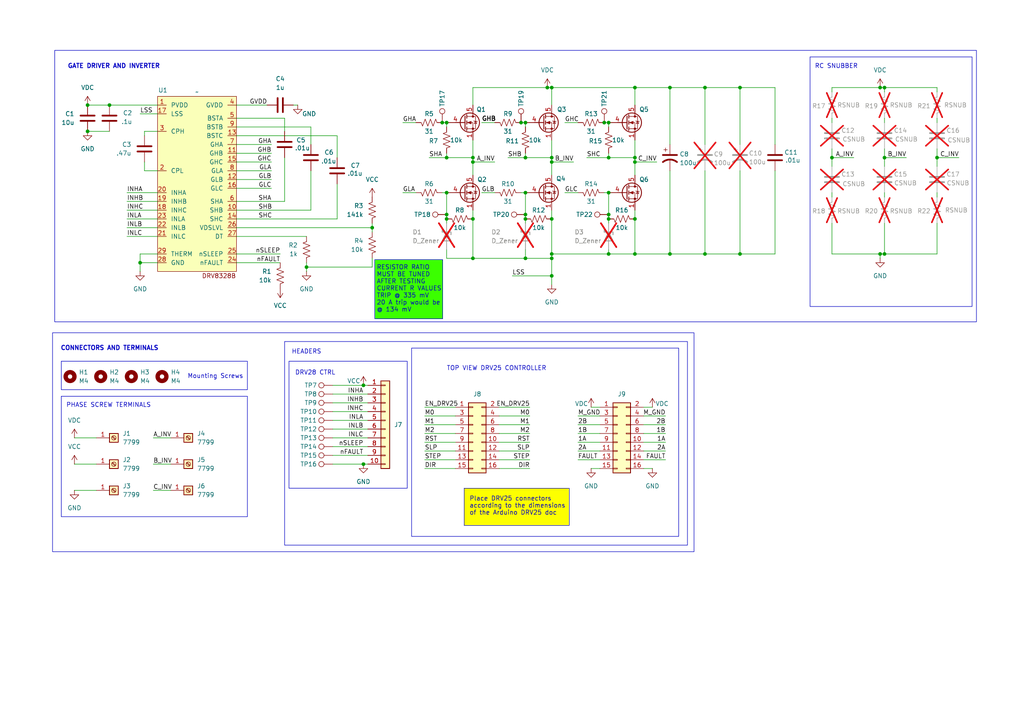
<source format=kicad_sch>
(kicad_sch (version 20250114) (generator "eeschema") (generator_version "9.0")
  (paper "A4")
  (title_block (title "DRV8323 Development Board with Motor Connections and Breadboard Mount") (rev "0") (company "MSOE AGV Fleet Senior Design Group") (comment 1 "Designed by Nate Guevin") (comment 2 "Requires external breadboard and male to male jumpers and 10k resistor for pullup and pulldown"))
  (rectangle (start 234.95 16.51) (end 281.94 88.9))
  (rectangle (start 15.875 14.605) (end 283.21 93.345))
  (rectangle (start 17.78 104.775) (end 71.755 113.03))
  (rectangle (start 82.55 99.06) (end 199.39 158.115))
  (rectangle (start 15.24 96.52) (end 201.295 160.02))
  (rectangle (start 17.78 114.935) (end 71.755 149.86))
  (rectangle (start 108.712 75.311) (end 128.397 92.456) (fill (type color) (color 59 255 0 1)))
  (rectangle (start 119.38 100.965) (end 196.85 155.575))
  (rectangle (start 83.82 104.775) (end 118.11 141.605))
  (rectangle (start 134.62 141.605) (end 165.1 152.4) (fill (type color) (color 253 255 0 1)))
  (text "DRV28 CTRL" (at 91.44 108.204 0) (effects (font (size 1.27 1.27))))
  (text "RC SNUBBER" (at 242.57 19.304 0) (effects (font (size 1.27 1.27))))
  (text "TOP VIEW DRV25 CONTROLLER" (at 144.018 106.934 0) (effects (font (size 1.27 1.27))))
  (text "GATE DRIVER AND INVERTER" (at 33.02 19.304 0) (effects (font (size 1.27 1.27) (thickness 0.254) (bold yes))))
  (text "Place DRV25 connectors \naccording to the dimensions\nof the Arduino DRV25 doc" (at 136.144 146.812 0) (effects (font (size 1.27 1.27)) (justify left)))
  (text "Mounting Screws" (at 62.484 109.22 0) (effects (font (size 1.27 1.27))))
  (text "PHASE SCREW TERMINALS" (at 31.496 117.602 0) (effects (font (size 1.27 1.27))))
  (text "CONNECTORS AND TERMINALS" (at 17.526 101.092 0) (effects (font (size 1.27 1.27) (thickness 0.254) (bold yes)) (justify left)))
  (text "HEADERS" (at 88.9 102.108 0) (effects (font (size 1.27 1.27))))
  (text "RESISTOR RATIO\nMUST BE TUNED\nAFTER TESTING\nCURRENT R VALUES\nTRIP @ 335 mV\n20 A trip would be\n@ 134 mV" (at 109.22 83.82 0) (effects (font (size 1.27 1.27)) (justify left)))
  (junction (at 256.54 73.66))
  (junction (at 25.4 38.1))
  (junction (at 152.4 62.23))
  (junction (at 152.4 55.88))
  (junction (at 176.53 63.5))
  (junction (at 137.16 74.93))
  (junction (at 151.13 35.56))
  (junction (at 204.47 25.4))
  (junction (at 160.02 46.99))
  (junction (at 160.02 45.72))
  (junction (at 129.54 63.5))
  (junction (at 105.41 111.76))
  (junction (at 256.54 25.4))
  (junction (at 241.3 45.72))
  (junction (at 255.27 25.4))
  (junction (at 175.26 35.56))
  (junction (at 152.4 45.72))
  (junction (at 214.63 73.66))
  (junction (at 129.54 35.56))
  (junction (at 129.54 45.72))
  (junction (at 255.27 73.66))
  (junction (at 129.54 62.23))
  (junction (at 176.53 73.66))
  (junction (at 184.15 46.99))
  (junction (at 176.53 45.72))
  (junction (at 25.4 30.48))
  (junction (at 31.75 30.48))
  (junction (at 184.15 63.5))
  (junction (at 204.47 73.66))
  (junction (at 176.53 35.56))
  (junction (at 88.9 77.47))
  (junction (at 137.16 63.5))
  (junction (at 158.75 25.4))
  (junction (at 160.02 25.4))
  (junction (at 137.16 46.99))
  (junction (at 129.54 55.88))
  (junction (at 160.02 63.5))
  (junction (at 176.53 62.23))
  (junction (at 105.41 134.62))
  (junction (at 137.16 45.72))
  (junction (at 184.15 45.72))
  (junction (at 160.02 73.66))
  (junction (at 107.95 66.04))
  (junction (at 128.27 35.56))
  (junction (at 160.02 74.93))
  (junction (at 152.4 35.56))
  (junction (at 152.4 63.5))
  (junction (at 176.53 55.88))
  (junction (at 184.15 25.4))
  (junction (at 160.02 80.01))
  (junction (at 194.31 25.4))
  (junction (at 40.64 76.2))
  (junction (at 214.63 25.4))
  (junction (at 184.15 73.66))
  (junction (at 271.78 45.72))
  (junction (at 152.4 74.93))
  (junction (at 194.31 73.66))
  (junction (at 256.54 45.72))
  (wire (pts (xy 167.64 123.19) (xy 173.99 123.19)))
  (wire (pts (xy 256.54 34.29) (xy 256.54 35.56)))
  (wire (pts (xy 204.47 73.66) (xy 214.63 73.66)))
  (wire (pts (xy 96.52 127) (xy 106.68 127)))
  (wire (pts (xy 68.58 66.04) (xy 107.95 66.04)))
  (wire (pts (xy 241.3 25.4) (xy 255.27 25.4)))
  (wire (pts (xy 160.02 63.5) (xy 160.02 73.66)))
  (wire (pts (xy 256.54 45.72) (xy 262.89 45.72)))
  (wire (pts (xy 68.58 68.58) (xy 88.9 68.58)))
  (wire (pts (xy 137.16 63.5) (xy 137.16 74.93)))
  (wire (pts (xy 152.4 74.93) (xy 137.16 74.93)))
  (wire (pts (xy 123.19 125.73) (xy 132.08 125.73)))
  (wire (pts (xy 40.64 33.02) (xy 45.72 33.02)))
  (wire (pts (xy 68.58 63.5) (xy 97.79 63.5)))
  (wire (pts (xy 186.69 135.89) (xy 189.23 135.89)))
  (wire (pts (xy 224.79 41.91) (xy 224.79 25.4)))
  (wire (pts (xy 171.45 118.11) (xy 173.99 118.11)))
  (wire (pts (xy 186.69 120.65) (xy 193.04 120.65)))
  (wire (pts (xy 256.54 25.4) (xy 256.54 26.67)))
  (wire (pts (xy 107.95 77.47) (xy 107.95 74.93)))
  (wire (pts (xy 241.3 55.88) (xy 241.3 57.15)))
  (wire (pts (xy 44.45 142.24) (xy 49.53 142.24)))
  (wire (pts (xy 139.7 35.56) (xy 143.51 35.56)))
  (wire (pts (xy 128.27 55.88) (xy 129.54 55.88)))
  (wire (pts (xy 160.02 25.4) (xy 160.02 30.48)))
  (wire (pts (xy 176.53 35.56) (xy 176.53 36.83)))
  (wire (pts (xy 176.53 45.72) (xy 184.15 45.72)))
  (wire (pts (xy 241.3 34.29) (xy 241.3 35.56)))
  (wire (pts (xy 144.78 125.73) (xy 153.67 125.73)))
  (wire (pts (xy 256.54 64.77) (xy 256.54 73.66)))
  (wire (pts (xy 96.52 116.84) (xy 106.68 116.84)))
  (wire (pts (xy 186.69 133.35) (xy 193.04 133.35)))
  (wire (pts (xy 137.16 60.96) (xy 137.16 63.5)))
  (wire (pts (xy 124.46 45.72) (xy 129.54 45.72)))
  (wire (pts (xy 144.78 120.65) (xy 153.67 120.65)))
  (wire (pts (xy 255.27 73.66) (xy 256.54 73.66)))
  (wire (pts (xy 163.83 35.56) (xy 167.64 35.56)))
  (wire (pts (xy 107.95 64.77) (xy 107.95 66.04)))
  (wire (pts (xy 25.4 30.48) (xy 31.75 30.48)))
  (wire (pts (xy 194.31 25.4) (xy 204.47 25.4)))
  (wire (pts (xy 160.02 40.64) (xy 160.02 45.72)))
  (wire (pts (xy 204.47 49.53) (xy 204.47 73.66)))
  (wire (pts (xy 137.16 45.72) (xy 137.16 46.99)))
  (wire (pts (xy 241.3 45.72) (xy 247.65 45.72)))
  (wire (pts (xy 40.64 76.2) (xy 40.64 78.74)))
  (wire (pts (xy 68.58 30.48) (xy 77.47 30.48)))
  (wire (pts (xy 144.78 123.19) (xy 153.67 123.19)))
  (wire (pts (xy 123.19 135.89) (xy 132.08 135.89)))
  (wire (pts (xy 152.4 63.5) (xy 152.4 64.77)))
  (wire (pts (xy 271.78 45.72) (xy 271.78 48.26)))
  (wire (pts (xy 167.64 133.35) (xy 173.99 133.35)))
  (wire (pts (xy 116.84 55.88) (xy 120.65 55.88)))
  (wire (pts (xy 167.64 130.81) (xy 173.99 130.81)))
  (wire (pts (xy 170.18 45.72) (xy 176.53 45.72)))
  (wire (pts (xy 204.47 73.66) (xy 194.31 73.66)))
  (wire (pts (xy 139.7 55.88) (xy 143.51 55.88)))
  (wire (pts (xy 68.58 36.83) (xy 90.17 36.83)))
  (wire (pts (xy 41.91 46.99) (xy 41.91 49.53)))
  (wire (pts (xy 36.83 60.96) (xy 45.72 60.96)))
  (wire (pts (xy 163.83 55.88) (xy 167.64 55.88)))
  (wire (pts (xy 144.78 118.11) (xy 153.67 118.11)))
  (wire (pts (xy 255.27 73.66) (xy 255.27 74.93)))
  (wire (pts (xy 123.19 120.65) (xy 132.08 120.65)))
  (wire (pts (xy 204.47 25.4) (xy 214.63 25.4)))
  (wire (pts (xy 25.4 38.1) (xy 31.75 38.1)))
  (wire (pts (xy 271.78 25.4) (xy 271.78 26.67)))
  (wire (pts (xy 176.53 44.45) (xy 176.53 45.72)))
  (wire (pts (xy 160.02 73.66) (xy 160.02 74.93)))
  (wire (pts (xy 152.4 44.45) (xy 152.4 45.72)))
  (wire (pts (xy 36.83 68.58) (xy 45.72 68.58)))
  (wire (pts (xy 129.54 44.45) (xy 129.54 45.72)))
  (wire (pts (xy 96.52 121.92) (xy 106.68 121.92)))
  (wire (pts (xy 241.3 64.77) (xy 241.3 73.66)))
  (wire (pts (xy 186.69 125.73) (xy 193.04 125.73)))
  (wire (pts (xy 152.4 55.88) (xy 152.4 62.23)))
  (wire (pts (xy 21.59 142.24) (xy 27.94 142.24)))
  (wire (pts (xy 241.3 73.66) (xy 255.27 73.66)))
  (wire (pts (xy 176.53 62.23) (xy 176.53 63.5)))
  (wire (pts (xy 90.17 36.83) (xy 90.17 41.91)))
  (wire (pts (xy 86.36 30.48) (xy 85.09 30.48)))
  (wire (pts (xy 184.15 25.4) (xy 184.15 30.48)))
  (wire (pts (xy 123.19 133.35) (xy 132.08 133.35)))
  (wire (pts (xy 160.02 25.4) (xy 158.75 25.4)))
  (wire (pts (xy 36.83 58.42) (xy 45.72 58.42)))
  (wire (pts (xy 129.54 55.88) (xy 129.54 62.23)))
  (wire (pts (xy 82.55 34.29) (xy 68.58 34.29)))
  (wire (pts (xy 45.72 76.2) (xy 40.64 76.2)))
  (wire (pts (xy 271.78 73.66) (xy 271.78 64.77)))
  (wire (pts (xy 214.63 25.4) (xy 214.63 41.91)))
  (wire (pts (xy 256.54 43.18) (xy 256.54 45.72)))
  (wire (pts (xy 123.19 123.19) (xy 132.08 123.19)))
  (wire (pts (xy 68.58 52.07) (xy 78.74 52.07)))
  (wire (pts (xy 68.58 46.99) (xy 78.74 46.99)))
  (wire (pts (xy 176.53 55.88) (xy 176.53 62.23)))
  (wire (pts (xy 175.26 35.56) (xy 176.53 35.56)))
  (wire (pts (xy 96.52 129.54) (xy 106.68 129.54)))
  (wire (pts (xy 214.63 49.53) (xy 214.63 73.66)))
  (wire (pts (xy 147.32 45.72) (xy 152.4 45.72)))
  (wire (pts (xy 256.54 55.88) (xy 256.54 57.15)))
  (wire (pts (xy 152.4 35.56) (xy 152.4 36.83)))
  (wire (pts (xy 97.79 39.37) (xy 68.58 39.37)))
  (wire (pts (xy 116.84 35.56) (xy 120.65 35.56)))
  (wire (pts (xy 152.4 45.72) (xy 160.02 45.72)))
  (wire (pts (xy 40.64 76.2) (xy 40.64 73.66)))
  (wire (pts (xy 137.16 40.64) (xy 137.16 45.72)))
  (wire (pts (xy 44.45 127) (xy 49.53 127)))
  (wire (pts (xy 160.02 45.72) (xy 160.02 46.99)))
  (wire (pts (xy 186.69 128.27) (xy 193.04 128.27)))
  (wire (pts (xy 160.02 60.96) (xy 160.02 63.5)))
  (wire (pts (xy 88.9 77.47) (xy 88.9 76.2)))
  (wire (pts (xy 45.72 38.1) (xy 41.91 38.1)))
  (wire (pts (xy 271.78 55.88) (xy 271.78 57.15)))
  (wire (pts (xy 271.78 45.72) (xy 278.13 45.72)))
  (wire (pts (xy 160.02 25.4) (xy 184.15 25.4)))
  (wire (pts (xy 21.59 127) (xy 27.94 127)))
  (wire (pts (xy 96.52 134.62) (xy 105.41 134.62)))
  (wire (pts (xy 158.75 25.4) (xy 137.16 25.4)))
  (wire (pts (xy 129.54 72.39) (xy 129.54 74.93)))
  (wire (pts (xy 123.19 128.27) (xy 132.08 128.27)))
  (wire (pts (xy 44.45 134.62) (xy 49.53 134.62)))
  (wire (pts (xy 128.27 35.56) (xy 129.54 35.56)))
  (wire (pts (xy 160.02 80.01) (xy 160.02 82.55)))
  (wire (pts (xy 129.54 45.72) (xy 137.16 45.72)))
  (wire (pts (xy 167.64 125.73) (xy 173.99 125.73)))
  (wire (pts (xy 160.02 46.99) (xy 160.02 50.8)))
  (wire (pts (xy 68.58 60.96) (xy 90.17 60.96)))
  (wire (pts (xy 184.15 40.64) (xy 184.15 45.72)))
  (wire (pts (xy 36.83 63.5) (xy 45.72 63.5)))
  (wire (pts (xy 175.26 55.88) (xy 176.53 55.88)))
  (wire (pts (xy 148.59 80.01) (xy 160.02 80.01)))
  (wire (pts (xy 82.55 45.72) (xy 82.55 58.42)))
  (wire (pts (xy 271.78 34.29) (xy 271.78 35.56)))
  (wire (pts (xy 68.58 73.66) (xy 81.28 73.66)))
  (wire (pts (xy 152.4 62.23) (xy 152.4 63.5)))
  (wire (pts (xy 186.69 130.81) (xy 193.04 130.81)))
  (wire (pts (xy 152.4 72.39) (xy 152.4 74.93)))
  (wire (pts (xy 255.27 25.4) (xy 256.54 25.4)))
  (wire (pts (xy 88.9 77.47) (xy 107.95 77.47)))
  (wire (pts (xy 68.58 54.61) (xy 78.74 54.61)))
  (wire (pts (xy 167.64 128.27) (xy 173.99 128.27)))
  (wire (pts (xy 160.02 74.93) (xy 160.02 80.01)))
  (wire (pts (xy 40.64 73.66) (xy 45.72 73.66)))
  (wire (pts (xy 129.54 62.23) (xy 129.54 63.5)))
  (wire (pts (xy 137.16 25.4) (xy 137.16 30.48)))
  (wire (pts (xy 137.16 46.99) (xy 143.51 46.99)))
  (wire (pts (xy 214.63 25.4) (xy 224.79 25.4)))
  (wire (pts (xy 90.17 49.53) (xy 90.17 60.96)))
  (wire (pts (xy 184.15 45.72) (xy 184.15 46.99)))
  (wire (pts (xy 160.02 46.99) (xy 166.37 46.99)))
  (wire (pts (xy 96.52 132.08) (xy 106.68 132.08)))
  (wire (pts (xy 129.54 74.93) (xy 137.16 74.93)))
  (wire (pts (xy 68.58 76.2) (xy 81.28 76.2)))
  (wire (pts (xy 167.64 120.65) (xy 173.99 120.65)))
  (wire (pts (xy 256.54 25.4) (xy 271.78 25.4)))
  (wire (pts (xy 186.69 118.11) (xy 189.23 118.11)))
  (wire (pts (xy 96.52 114.3) (xy 106.68 114.3)))
  (wire (pts (xy 96.52 124.46) (xy 106.68 124.46)))
  (wire (pts (xy 184.15 46.99) (xy 190.5 46.99)))
  (wire (pts (xy 184.15 46.99) (xy 184.15 50.8)))
  (wire (pts (xy 176.53 73.66) (xy 160.02 73.66)))
  (wire (pts (xy 271.78 43.18) (xy 271.78 45.72)))
  (wire (pts (xy 194.31 73.66) (xy 184.15 73.66)))
  (wire (pts (xy 214.63 73.66) (xy 224.79 73.66)))
  (wire (pts (xy 256.54 73.66) (xy 271.78 73.66)))
  (wire (pts (xy 31.75 30.48) (xy 45.72 30.48)))
  (wire (pts (xy 137.16 46.99) (xy 137.16 50.8)))
  (wire (pts (xy 21.59 134.62) (xy 27.94 134.62)))
  (wire (pts (xy 68.58 44.45) (xy 78.74 44.45)))
  (wire (pts (xy 97.79 63.5) (xy 97.79 53.34)))
  (wire (pts (xy 123.19 118.11) (xy 132.08 118.11)))
  (wire (pts (xy 106.68 134.62) (xy 105.41 134.62)))
  (wire (pts (xy 194.31 41.91) (xy 194.31 25.4)))
  (wire (pts (xy 96.52 119.38) (xy 106.68 119.38)))
  (wire (pts (xy 186.69 123.19) (xy 193.04 123.19)))
  (wire (pts (xy 176.53 72.39) (xy 176.53 73.66)))
  (wire (pts (xy 194.31 25.4) (xy 184.15 25.4)))
  (wire (pts (xy 241.3 26.67) (xy 241.3 25.4)))
  (wire (pts (xy 224.79 49.53) (xy 224.79 73.66)))
  (wire (pts (xy 41.91 38.1) (xy 41.91 39.37)))
  (wire (pts (xy 184.15 63.5) (xy 184.15 73.66)))
  (wire (pts (xy 88.9 78.74) (xy 88.9 77.47)))
  (wire (pts (xy 129.54 63.5) (xy 129.54 64.77)))
  (wire (pts (xy 176.53 63.5) (xy 176.53 64.77)))
  (wire (pts (xy 96.52 111.76) (xy 105.41 111.76)))
  (wire (pts (xy 241.3 43.18) (xy 241.3 45.72)))
  (wire (pts (xy 256.54 45.72) (xy 256.54 48.26)))
  (wire (pts (xy 204.47 25.4) (xy 204.47 41.91)))
  (wire (pts (xy 194.31 49.53) (xy 194.31 73.66)))
  (wire (pts (xy 129.54 36.83) (xy 129.54 35.56)))
  (wire (pts (xy 82.55 58.42) (xy 68.58 58.42)))
  (wire (pts (xy 68.58 49.53) (xy 78.74 49.53)))
  (wire (pts (xy 105.41 111.76) (xy 106.68 111.76)))
  (wire (pts (xy 97.79 45.72) (xy 97.79 39.37)))
  (wire (pts (xy 144.78 130.81) (xy 153.67 130.81)))
  (wire (pts (xy 123.19 130.81) (xy 132.08 130.81)))
  (wire (pts (xy 68.58 41.91) (xy 78.74 41.91)))
  (wire (pts (xy 36.83 55.88) (xy 45.72 55.88)))
  (wire (pts (xy 241.3 45.72) (xy 241.3 48.26)))
  (wire (pts (xy 151.13 35.56) (xy 152.4 35.56)))
  (wire (pts (xy 184.15 73.66) (xy 176.53 73.66)))
  (wire (pts (xy 144.78 135.89) (xy 153.67 135.89)))
  (wire (pts (xy 144.78 128.27) (xy 153.67 128.27)))
  (wire (pts (xy 107.95 67.31) (xy 107.95 66.04)))
  (wire (pts (xy 184.15 60.96) (xy 184.15 63.5)))
  (wire (pts (xy 144.78 133.35) (xy 153.67 133.35)))
  (wire (pts (xy 160.02 74.93) (xy 152.4 74.93)))
  (wire (pts (xy 82.55 38.1) (xy 82.55 34.29)))
  (wire (pts (xy 36.83 66.04) (xy 45.72 66.04)))
  (wire (pts (xy 151.13 55.88) (xy 152.4 55.88)))
  (wire (pts (xy 41.91 49.53) (xy 45.72 49.53)))
  (wire (pts (xy 171.45 135.89) (xy 173.99 135.89)))
  (label "INLB" (at 36.83 66.04 0))
  (label "SHC" (at 170.18 45.72 0))
  (label "GHC" (at 163.83 35.56 0))
  (label "GLC" (at 163.83 55.88 0))
  (label "B_INV" (at 44.45 134.62 0))
  (label "INLB" (at 105.41 124.46 180))
  (label "GHC" (at 78.74 46.99 180))
  (label "nFAULT" (at 105.41 132.08 180))
  (label "GLA" (at 116.84 55.88 0))
  (label "1B" (at 167.64 125.73 0))
  (label "GHB" (at 139.7 35.56 0) (effects (font (thickness 0.254) (bold yes))))
  (label "M_GND" (at 193.04 120.65 180))
  (label "GLB" (at 139.7 55.88 0))
  (label "M0" (at 153.67 120.65 180))
  (label "EN_DRV25" (at 123.19 118.11 0))
  (label "RST" (at 153.67 128.27 180))
  (label "1A" (at 193.04 128.27 180))
  (label "A_INV" (at 44.45 127 0))
  (label "INLC" (at 105.41 127 180))
  (label "INHA" (at 105.41 114.3 180))
  (label "GHA" (at 78.74 41.91 180))
  (label "GVDD" (at 72.39 30.48 0))
  (label "GHB" (at 78.74 44.45 180))
  (label "M2" (at 123.19 125.73 0))
  (label "GLB" (at 78.74 52.07 180))
  (label "LSS" (at 40.64 33.02 0))
  (label "STEP" (at 153.67 133.35 180))
  (label "DIR" (at 123.19 135.89 0))
  (label "EN_DRV25" (at 153.67 118.11 180))
  (label "M1" (at 153.67 123.19 180))
  (label "INHB" (at 105.41 116.84 180))
  (label "SLP" (at 153.67 130.81 180))
  (label "SHA" (at 124.46 45.72 0))
  (label "C_INV" (at 190.5 46.99 180))
  (label "2B" (at 193.04 123.19 180))
  (label "C_INV" (at 44.45 142.24 0))
  (label "2A" (at 193.04 130.81 180))
  (label "GLA" (at 78.74 49.53 180))
  (label "SHB" (at 147.32 45.72 0))
  (label "nSLEEP" (at 105.41 129.54 180))
  (label "INHC" (at 105.41 119.38 180))
  (label "SHA" (at 78.74 58.42 180))
  (label "INHC" (at 36.83 60.96 0))
  (label "M2" (at 153.67 125.73 180))
  (label "B_INV" (at 262.89 45.72 180))
  (label "M1" (at 123.19 123.19 0))
  (label "INLA" (at 105.41 121.92 180))
  (label "GLC" (at 78.74 54.61 180))
  (label "GHA" (at 116.84 35.56 0))
  (label "M0" (at 123.19 120.65 0))
  (label "A_INV" (at 247.65 45.72 180))
  (label "INLC" (at 36.83 68.58 0))
  (label "1B" (at 193.04 125.73 180))
  (label "FAULT" (at 193.04 133.35 180))
  (label "SHC" (at 74.93 63.5 0))
  (label "C_INV" (at 278.13 45.72 180))
  (label "INLA" (at 36.83 63.5 0))
  (label "INHB" (at 36.83 58.42 0))
  (label "A_INV" (at 143.51 46.99 180))
  (label "M_GND" (at 167.64 120.65 0))
  (label "SLP" (at 123.19 130.81 0))
  (label "DIR" (at 153.67 135.89 180))
  (label "B_INV" (at 166.37 46.99 180))
  (label "nFAULT" (at 81.28 76.2 180))
  (label "1A" (at 167.64 128.27 0))
  (label "LSS" (at 148.59 80.01 0))
  (label "SHB" (at 74.93 60.96 0))
  (label "RST" (at 123.19 128.27 0))
  (label "2A" (at 167.64 130.81 0))
  (label "STEP" (at 123.19 133.35 0))
  (label "2B" (at 167.64 123.19 0))
  (label "nSLEEP" (at 81.28 73.66 180))
  (label "FAULT" (at 167.64 133.35 0))
  (label "INHA" (at 36.83 55.88 0))
  (symbol (lib_id "power:VCC") (at 105.41 111.76 0) (unit 1)
    (property "Reference" "#PWR010" (effects (hide yes)))
    (property "Value" "VCC" (at 102.616 110.49 0))
    (property "Description" "Power symbol creates a global label with name \"VCC\"" (effects (hide yes)))
  )
  (symbol (lib_id "Transistor_FET:BSC026N08NS5") (at 157.48 55.88 0) (unit 1)
    (property "Reference" "Q4" (at 161.29 51.816 0) (effects (justify left)))
    (property "Value" "BSC067N06LS3GATMA1" (effects (hide yes)))
    (property "Footprint" "Package_TO_SOT_SMD:TDSON-8-1" (effects (hide yes)))
    (property "Description" "100A Id, 80V Vds, OptiMOS N-Channel Power MOSFET, 6.7mOhm Ron, Qg (typ) 74.0nC, PG-TDSON-8-5" (effects (hide yes)))
  )
  (symbol (lib_id "Device:D_Zener") (at 152.4 68.58 270) (unit 1) (dnp yes)
    (property "Reference" "D2" (at 142.494 67.31 90) (effects (justify left)))
    (property "Value" "D_Zener" (at 142.494 69.85 90) (effects (justify left)))
    (property "Footprint" "Diode_SMD:D_SOD-123" (effects (hide yes)))
    (property "Description" "Zener diode" (effects (hide yes)))
  )
  (symbol (lib_id "Connector:Screw_Terminal_01x01") (at 54.61 127 0) (unit 1)
    (property "Reference" "J4" (at 57.15 125.7299 0) (effects (justify left)))
    (property "Value" "7799" (at 57.15 128.2699 0) (effects (justify left)))
    (property "Footprint" "Screw Terminals:M4 30A" (effects (hide yes)))
    (property "Description" "Generic screw terminal, single row, 01x01, script generated (kicad-library-utils/schlib/autogen/connector/)" (effects (hide yes)))
  )
  (symbol (lib_id "Connector:TestPoint") (at 128.27 35.56 0) (unit 1)
    (property "Reference" "TP17" (at 128.27 30.988 90) (effects (justify left)))
    (property "Value" "TestPoint" (effects (hide yes)))
    (property "Footprint" "TestPoint:TestPoint_Pad_1.0x1.0mm" (effects (hide yes)))
    (property "Description" "test point" (effects (hide yes)))
  )
  (symbol (lib_id "power:GND") (at 25.4 38.1 0) (unit 1)
    (property "Reference" "#PWR05" (effects (hide yes)))
    (property "Value" "GND" (at 25.4 43.18 0))
    (property "Description" "Power symbol creates a global label with name \"GND\" , ground" (effects (hide yes)))
  )
  (symbol (lib_id "Device:D_Zener") (at 129.54 68.58 270) (unit 1) (dnp yes)
    (property "Reference" "D1" (at 119.634 67.31 90) (effects (justify left)))
    (property "Value" "D_Zener" (at 119.634 69.85 90) (effects (justify left)))
    (property "Footprint" "Diode_SMD:D_SOD-123" (effects (hide yes)))
    (property "Description" "Zener diode" (effects (hide yes)))
  )
  (symbol (lib_id "Connector:TestPoint") (at 96.52 119.38 90) (mirror x) (unit 1)
    (property "Reference" "TP10" (at 91.948 119.38 90) (effects (justify left)))
    (property "Value" "TestPoint" (effects (hide yes)))
    (property "Footprint" "TestPoint:TestPoint_Pad_1.0x1.0mm" (effects (hide yes)))
    (property "Description" "test point" (effects (hide yes)))
  )
  (symbol (lib_id "Device:C_Polarized_US") (at 214.63 45.72 0) (unit 1) (dnp yes)
    (property "Reference" "C10" (at 217.17 44.45 0) (effects (justify left)))
    (property "Value" "100u" (at 217.17 46.99 0) (effects (justify left)))
    (property "Footprint" "Capacitor_THT:CP_Radial_D8.0mm_P3.50mm" (effects (hide yes)))
    (property "Description" "Polarized capacitor, US symbol, 2*VDC" (effects (hide yes)))
  )
  (symbol (lib_id "power:GND") (at 105.41 134.62 0) (unit 1)
    (property "Reference" "#PWR011" (effects (hide yes)))
    (property "Value" "GND" (at 105.41 139.7 0))
    (property "Description" "Power symbol creates a global label with name \"GND\" , ground" (effects (hide yes)))
  )
  (symbol (lib_id "Device:R_US") (at 124.46 55.88 270) (mirror x) (unit 1)
    (property "Reference" "R6" (at 124.46 53.34 90))
    (property "Value" "31" (at 124.46 58.42 90))
    (property "Footprint" "Resistor_SMD:R_0805_2012Metric" (effects (hide yes)))
    (property "Description" "Resistor, US symbol" (effects (hide yes)))
  )
  (symbol (lib_id "Connector:Screw_Terminal_01x01") (at 54.61 134.62 0) (unit 1)
    (property "Reference" "J5" (at 57.15 133.3499 0) (effects (justify left)))
    (property "Value" "7799" (at 57.15 135.8899 0) (effects (justify left)))
    (property "Footprint" "Screw Terminals:M4 30A" (effects (hide yes)))
    (property "Description" "Generic screw terminal, single row, 01x01, script generated (kicad-library-utils/schlib/autogen/connector/)" (effects (hide yes)))
  )
  (symbol (lib_id "power:VCC") (at 21.59 134.62 0) (unit 1)
    (property "Reference" "#PWR02" (effects (hide yes)))
    (property "Value" "VCC" (at 21.59 129.54 0))
    (property "Description" "Power symbol creates a global label with name \"VCC\"" (effects (hide yes)))
  )
  (symbol (lib_id "Connector_Generic:Conn_02x08_Odd_Even") (at 179.07 125.73 0) (unit 1)
    (property "Reference" "J9" (at 180.34 114.3 0))
    (property "Value" "Conn_02x08_Odd_Even" (effects (hide yes)))
    (property "Footprint" "Connector_PinHeader_2.54mm:PinHeader_2x08_P2.54mm_Vertical" (effects (hide yes)))
    (property "Description" "Generic connector, double row, 02x08, odd/even pin numbering scheme (row 1 odd numbers, row 2 even numbers), script generated (kicad-library-utils/schlib/autogen/connector/)" (effects (hide yes)))
  )
  (symbol (lib_id "Device:R_US") (at 147.32 35.56 270) (mirror x) (unit 1)
    (property "Reference" "R9" (at 147.32 33.02 90))
    (property "Value" "31" (at 147.32 38.1 90))
    (property "Footprint" "Resistor_SMD:R_0805_2012Metric" (effects (hide yes)))
    (property "Description" "Resistor, US symbol" (effects (hide yes)))
  )
  (symbol (lib_id "Connector:TestPoint") (at 96.52 124.46 90) (mirror x) (unit 1)
    (property "Reference" "TP12" (at 91.948 124.46 90) (effects (justify left)))
    (property "Value" "TestPoint" (effects (hide yes)))
    (property "Footprint" "TestPoint:TestPoint_Pad_1.0x1.0mm" (effects (hide yes)))
    (property "Description" "test point" (effects (hide yes)))
  )
  (symbol (lib_id "power:GND") (at 88.9 78.74 0) (unit 1)
    (property "Reference" "#PWR09" (effects (hide yes)))
    (property "Value" "GND" (at 88.9 83.82 0))
    (property "Description" "Power symbol creates a global label with name \"GND\" , ground" (effects (hide yes)))
  )
  (symbol (lib_id "power:VDC") (at 25.4 30.48 0) (unit 1)
    (property "Reference" "#PWR04" (effects (hide yes)))
    (property "Value" "VDC" (at 25.4 25.4 0))
    (property "Description" "Power symbol creates a global label with name \"VDC\"" (effects (hide yes)))
  )
  (symbol (lib_id "power:VCC") (at 107.95 57.15 0) (unit 1)
    (property "Reference" "#PWR012" (effects (hide yes)))
    (property "Value" "VCC" (at 107.95 52.07 0))
    (property "Description" "Power symbol creates a global label with name \"VCC\"" (effects (hide yes)))
  )
  (symbol (lib_id "Transistor_FET:BSC026N08NS5") (at 134.62 55.88 0) (unit 1)
    (property "Reference" "Q2" (at 138.43 52.07 0) (effects (justify left)))
    (property "Value" "BSC067N06LS3GATMA1" (effects (hide yes)))
    (property "Footprint" "Package_TO_SOT_SMD:TDSON-8-1" (effects (hide yes)))
    (property "Description" "100A Id, 80V Vds, OptiMOS N-Channel Power MOSFET, 6.7mOhm Ron, Qg (typ) 74.0nC, PG-TDSON-8-5" (effects (hide yes)))
  )
  (symbol (lib_id "Device:C") (at 41.91 43.18 0) (mirror x) (unit 1)
    (property "Reference" "C3" (at 38.1 41.9099 0) (effects (justify right)))
    (property "Value" ".47u" (at 38.1 44.4499 0) (effects (justify right)))
    (property "Footprint" "Capacitor_SMD:C_0805_2012Metric" (effects (hide yes)))
    (property "Description" "Unpolarized capacitor, 2*VDC, X5R or X7R" (effects (hide yes)))
  )
  (symbol (lib_id "Connector:TestPoint") (at 96.52 127 90) (mirror x) (unit 1)
    (property "Reference" "TP13" (at 91.948 127 90) (effects (justify left)))
    (property "Value" "TestPoint" (effects (hide yes)))
    (property "Footprint" "TestPoint:TestPoint_Pad_1.0x1.0mm" (effects (hide yes)))
    (property "Description" "test point" (effects (hide yes)))
  )
  (symbol (lib_id "power:VDC") (at 21.59 127 0) (unit 1)
    (property "Reference" "#PWR01" (effects (hide yes)))
    (property "Value" "VDC" (at 21.59 121.92 0))
    (property "Description" "Power symbol creates a global label with name \"VDC\"" (effects (hide yes)))
  )
  (symbol (lib_id "Device:D_Zener") (at 176.53 68.58 270) (unit 1) (dnp yes)
    (property "Reference" "D3" (at 166.624 67.31 90) (effects (justify left)))
    (property "Value" "D_Zener" (at 166.624 69.85 90) (effects (justify left)))
    (property "Footprint" "Diode_SMD:D_SOD-123" (effects (hide yes)))
    (property "Description" "Zener diode" (effects (hide yes)))
  )
  (symbol (lib_id "Transistor_FET:BSC026N08NS5") (at 181.61 35.56 0) (unit 1)
    (property "Reference" "Q5" (at 185.42 31.75 0) (effects (justify left)))
    (property "Value" "BSC067N06LS3GATMA1" (effects (hide yes)))
    (property "Footprint" "Package_TO_SOT_SMD:TDSON-8-1" (effects (hide yes)))
    (property "Description" "100A Id, 80V Vds, OptiMOS N-Channel Power MOSFET, 6.7mOhm Ron, Qg (typ) 74.0nC, PG-TDSON-8-5" (effects (hide yes)))
  )
  (symbol (lib_id "Mechanical:MountingHole") (at 46.99 109.22 0) (unit 1) (in_bom no)
    (property "Reference" "H4" (at 49.53 107.9499 0) (effects (justify left)))
    (property "Value" "M4" (at 49.53 110.4899 0) (effects (justify left)))
    (property "Footprint" "MountingHole:MountingHole_4.3mm_M4" (effects (hide yes)))
    (property "Description" "Mounting Hole without connection" (effects (hide yes)))
  )
  (symbol (lib_id "Device:R_US") (at 271.78 60.96 0) (mirror y) (unit 1) (dnp yes)
    (property "Reference" "R22" (at 267.97 61.214 0))
    (property "Value" "RSNUB" (at 277.368 60.96 0))
    (property "Footprint" "Resistor_SMD:R_0805_2012Metric" (effects (hide yes)))
    (property "Description" "Resistor, US symbol" (effects (hide yes)))
  )
  (symbol (lib_id "Device:R_US") (at 180.34 63.5 270) (mirror x) (unit 1)
    (property "Reference" "R16" (at 180.34 60.96 90))
    (property "Value" "10k" (at 180.34 66.04 90))
    (property "Footprint" "Resistor_SMD:R_0805_2012Metric" (effects (hide yes)))
    (property "Description" "Resistor, US symbol" (effects (hide yes)))
  )
  (symbol (lib_id "power:VDC") (at 255.27 25.4 0) (unit 1)
    (property "Reference" "#PWR019" (effects (hide yes)))
    (property "Value" "VDC" (at 255.27 20.32 0))
    (property "Description" "Power symbol creates a global label with name \"VDC\"" (effects (hide yes)))
  )
  (symbol (lib_id "Device:R_US") (at 171.45 55.88 270) (mirror x) (unit 1)
    (property "Reference" "R14" (at 171.45 53.34 90))
    (property "Value" "31" (at 171.45 58.42 90))
    (property "Footprint" "Resistor_SMD:R_0805_2012Metric" (effects (hide yes)))
    (property "Description" "Resistor, US symbol" (effects (hide yes)))
  )
  (symbol (lib_id "power:VDC") (at 171.45 118.11 0) (unit 1)
    (property "Reference" "#PWR015" (effects (hide yes)))
    (property "Value" "VDC" (at 168.656 117.094 0))
    (property "Description" "Power symbol creates a global label with name \"VDC\"" (effects (hide yes)))
  )
  (symbol (lib_id "power:GND") (at 171.45 135.89 0) (unit 1)
    (property "Reference" "#PWR016" (effects (hide yes)))
    (property "Value" "GND" (at 171.45 140.97 0))
    (property "Description" "Power symbol creates a global label with name \"GND\" , ground" (effects (hide yes)))
  )
  (symbol (lib_id "Transistor_FET:BSC026N08NS5") (at 134.62 35.56 0) (unit 1)
    (property "Reference" "Q1" (at 138.176 31.75 0) (effects (justify left)))
    (property "Value" "BSC067N06LS3GATMA1" (effects (hide yes)))
    (property "Footprint" "Package_TO_SOT_SMD:TDSON-8-1" (effects (hide yes)))
    (property "Description" "100A Id, 80V Vds, OptiMOS N-Channel Power MOSFET, 6.7mOhm Ron, Qg (typ) 74.0nC, PG-TDSON-8-5" (effects (hide yes)))
  )
  (symbol (lib_id "Device:R_US") (at 256.54 60.96 0) (mirror y) (unit 1) (dnp yes)
    (property "Reference" "R20" (at 252.73 61.214 0))
    (property "Value" "RSNUB" (at 261.366 61.214 0))
    (property "Footprint" "Resistor_SMD:R_0805_2012Metric" (effects (hide yes)))
    (property "Description" "Resistor, US symbol" (effects (hide yes)))
  )
  (symbol (lib_id "Device:R_US") (at 107.95 71.12 0) (mirror x) (unit 1)
    (property "Reference" "R4" (at 105.41 69.8499 0) (effects (justify right)))
    (property "Value" "10k" (at 105.41 72.3899 0) (effects (justify right)))
    (property "Footprint" "Resistor_THT:R_Axial_DIN0207_L6.3mm_D2.5mm_P10.16mm_Horizontal" (effects (hide yes)))
    (property "Description" "Resistor, US symbol" (effects (hide yes)))
  )
  (symbol (lib_id "Mechanical:MountingHole") (at 20.32 109.22 0) (unit 1) (in_bom no)
    (property "Reference" "H1" (at 22.86 107.9499 0) (effects (justify left)))
    (property "Value" "M4" (at 22.86 110.4899 0) (effects (justify left)))
    (property "Footprint" "MountingHole:MountingHole_4.3mm_M4" (effects (hide yes)))
    (property "Description" "Mounting Hole without connection" (effects (hide yes)))
  )
  (symbol (lib_id "Transistor_FET:BSC026N08NS5") (at 181.61 55.88 0) (unit 1)
    (property "Reference" "Q6" (at 185.42 52.07 0) (effects (justify left)))
    (property "Value" "BSC067N06LS3GATMA1" (effects (hide yes)))
    (property "Footprint" "Package_TO_SOT_SMD:TDSON-8-1" (effects (hide yes)))
    (property "Description" "100A Id, 80V Vds, OptiMOS N-Channel Power MOSFET, 6.7mOhm Ron, Qg (typ) 74.0nC, PG-TDSON-8-5" (effects (hide yes)))
  )
  (symbol (lib_id "Device:R_US") (at 171.45 35.56 270) (mirror x) (unit 1)
    (property "Reference" "R13" (at 171.45 33.02 90))
    (property "Value" "31" (at 171.45 38.1 90))
    (property "Footprint" "Resistor_SMD:R_0805_2012Metric" (effects (hide yes)))
    (property "Description" "Resistor, US symbol" (effects (hide yes)))
  )
  (symbol (lib_id "power:VDC") (at 158.75 25.4 0) (unit 1)
    (property "Reference" "#PWR013" (effects (hide yes)))
    (property "Value" "VDC" (at 158.75 20.32 0))
    (property "Description" "Power symbol creates a global label with name \"VDC\"" (effects (hide yes)))
  )
  (symbol (lib_id "Connector:TestPoint") (at 96.52 132.08 90) (mirror x) (unit 1)
    (property "Reference" "TP15" (at 91.948 132.08 90) (effects (justify left)))
    (property "Value" "TestPoint" (effects (hide yes)))
    (property "Footprint" "TestPoint:TestPoint_Pad_1.0x1.0mm" (effects (hide yes)))
    (property "Description" "test point" (effects (hide yes)))
  )
  (symbol (lib_id "Connector:TestPoint") (at 96.52 129.54 90) (mirror x) (unit 1)
    (property "Reference" "TP14" (at 91.948 129.54 90) (effects (justify left)))
    (property "Value" "TestPoint" (effects (hide yes)))
    (property "Footprint" "TestPoint:TestPoint_Pad_1.0x1.0mm" (effects (hide yes)))
    (property "Description" "test point" (effects (hide yes)))
  )
  (symbol (lib_id "Mechanical:MountingHole") (at 38.1 109.22 0) (unit 1) (in_bom no)
    (property "Reference" "H3" (at 40.64 107.9499 0) (effects (justify left)))
    (property "Value" "M4" (at 40.64 110.4899 0) (effects (justify left)))
    (property "Footprint" "MountingHole:MountingHole_4.3mm_M4" (effects (hide yes)))
    (property "Description" "Mounting Hole without connection" (effects (hide yes)))
  )
  (symbol (lib_id "Device:R_US") (at 107.95 60.96 0) (mirror x) (unit 1)
    (property "Reference" "R3" (at 105.41 59.6899 0) (effects (justify right)))
    (property "Value" "141k" (at 105.41 62.2299 0) (effects (justify right)))
    (property "Footprint" "Resistor_THT:R_Axial_DIN0207_L6.3mm_D2.5mm_P10.16mm_Horizontal" (effects (hide yes)))
    (property "Description" "Resistor, US symbol" (effects (hide yes)))
  )
  (symbol (lib_id "Device:C_Polarized_US") (at 204.47 45.72 0) (unit 1) (dnp yes)
    (property "Reference" "C9" (at 207.01 44.704 0) (effects (justify left)))
    (property "Value" "100u" (at 207.01 47.244 0) (effects (justify left)))
    (property "Footprint" "Capacitor_THT:CP_Radial_D8.0mm_P3.50mm" (effects (hide yes)))
    (property "Description" "Polarized capacitor, US symbol, 2*VDC" (effects (hide yes)))
  )
  (symbol (lib_id "Connector:TestPoint") (at 96.52 121.92 90) (mirror x) (unit 1)
    (property "Reference" "TP11" (at 91.948 121.92 90) (effects (justify left)))
    (property "Value" "TestPoint" (effects (hide yes)))
    (property "Footprint" "TestPoint:TestPoint_Pad_1.0x1.0mm" (effects (hide yes)))
    (property "Description" "test point" (effects (hide yes)))
  )
  (symbol (lib_id "Device:R_US") (at 152.4 40.64 0) (mirror y) (unit 1)
    (property "Reference" "R11" (at 148.59 40.894 0))
    (property "Value" "10k" (at 155.194 40.64 0))
    (property "Footprint" "Resistor_SMD:R_0805_2012Metric" (effects (hide yes)))
    (property "Description" "Resistor, US symbol" (effects (hide yes)))
  )
  (symbol (lib_id "Transistor_FET:BSC026N08NS5") (at 157.48 35.56 0) (unit 1)
    (property "Reference" "Q3" (at 161.544 31.75 0) (effects (justify left)))
    (property "Value" "BSC067N06LS3GATMA1" (effects (hide yes)))
    (property "Footprint" "Package_TO_SOT_SMD:TDSON-8-1" (effects (hide yes)))
    (property "Description" "100A Id, 80V Vds, OptiMOS N-Channel Power MOSFET, 6.7mOhm Ron, Qg (typ) 74.0nC, PG-TDSON-8-5" (effects (hide yes)))
  )
  (symbol (lib_id "Device:C") (at 241.3 39.37 0) (mirror x) (unit 1) (dnp yes)
    (property "Reference" "C12" (at 247.904 37.846 0) (effects (justify right)))
    (property "Value" "CSNUB" (at 250.952 40.386 0) (effects (justify right)))
    (property "Footprint" "Capacitor_SMD:C_0805_2012Metric" (effects (hide yes)))
    (property "Description" "Unpolarized capacitor, 2*VDC, X5R or X7R" (effects (hide yes)))
  )
  (symbol (lib_id "Device:R_US") (at 241.3 60.96 0) (mirror y) (unit 1) (dnp yes)
    (property "Reference" "R18" (at 237.49 61.214 0))
    (property "Value" "RSNUB" (at 246.126 61.214 0))
    (property "Footprint" "Resistor_SMD:R_0805_2012Metric" (effects (hide yes)))
    (property "Description" "Resistor, US symbol" (effects (hide yes)))
  )
  (symbol (lib_id "power:GND") (at 86.36 30.48 0) (unit 1)
    (property "Reference" "#PWR08" (effects (hide yes)))
    (property "Value" "GND" (at 89.662 33.02 0))
    (property "Description" "Power symbol creates a global label with name \"GND\" , ground" (effects (hide yes)))
  )
  (symbol (lib_id "power:VCC") (at 81.28 83.82 180) (unit 1)
    (property "Reference" "#PWR07" (effects (hide yes)))
    (property "Value" "VCC" (at 81.28 88.6219 0))
    (property "Description" "Power symbol creates a global label with name \"VCC\"" (effects (hide yes)))
  )
  (symbol (lib_id "Connector:TestPoint") (at 96.52 116.84 90) (mirror x) (unit 1)
    (property "Reference" "TP9" (at 91.948 116.84 90) (effects (justify left)))
    (property "Value" "TestPoint" (effects (hide yes)))
    (property "Footprint" "TestPoint:TestPoint_Pad_1.0x1.0mm" (effects (hide yes)))
    (property "Description" "test point" (effects (hide yes)))
  )
  (symbol (lib_id "power:VDC") (at 189.23 118.11 0) (unit 1)
    (property "Reference" "#PWR017" (effects (hide yes)))
    (property "Value" "VDC" (at 192.024 117.094 0))
    (property "Description" "Power symbol creates a global label with name \"VDC\"" (effects (hide yes)))
  )
  (symbol (lib_id "Device:R_US") (at 133.35 63.5 270) (mirror x) (unit 1)
    (property "Reference" "R8" (at 133.35 60.96 90))
    (property "Value" "10k" (at 133.35 66.04 90))
    (property "Footprint" "Resistor_SMD:R_0805_2012Metric" (effects (hide yes)))
    (property "Description" "Resistor, US symbol" (effects (hide yes)))
  )
  (symbol (lib_id "Device:C") (at 271.78 52.07 0) (mirror x) (unit 1) (dnp yes)
    (property "Reference" "C17" (at 278.384 50.546 0) (effects (justify right)))
    (property "Value" "CSNUB" (at 281.178 53.086 0) (effects (justify right)))
    (property "Footprint" "Capacitor_SMD:C_0805_2012Metric" (effects (hide yes)))
    (property "Description" "Unpolarized capacitor, 2*VDC, X5R or X7R" (effects (hide yes)))
  )
  (symbol (lib_id "power:GND") (at 160.02 82.55 0) (unit 1)
    (property "Reference" "#PWR014" (effects (hide yes)))
    (property "Value" "GND" (at 160.02 87.63 0))
    (property "Description" "Power symbol creates a global label with name \"GND\" , ground" (effects (hide yes)))
  )
  (symbol (lib_id "power:GND") (at 189.23 135.89 0) (unit 1)
    (property "Reference" "#PWR018" (effects (hide yes)))
    (property "Value" "GND" (at 189.23 140.97 0))
    (property "Description" "Power symbol creates a global label with name \"GND\" , ground" (effects (hide yes)))
  )
  (symbol (lib_id "power:GND") (at 40.64 78.74 0) (unit 1)
    (property "Reference" "#PWR06" (effects (hide yes)))
    (property "Value" "GND" (at 40.64 83.82 0))
    (property "Description" "Power symbol creates a global label with name \"GND\" , ground" (effects (hide yes)))
  )
  (symbol (lib_id "Device:C") (at 25.4 34.29 0) (mirror x) (unit 1)
    (property "Reference" "C1" (at 21.59 33.0199 0) (effects (justify right)))
    (property "Value" "10u" (at 21.59 35.5599 0) (effects (justify right)))
    (property "Footprint" "Capacitor_SMD:C_0805_2012Metric" (effects (hide yes)))
    (property "Description" "Unpolarized capacitor, 2*VDC, X5R or X7R" (effects (hide yes)))
  )
  (symbol (lib_id "power:GND") (at 21.59 142.24 0) (unit 1)
    (property "Reference" "#PWR03" (effects (hide yes)))
    (property "Value" "GND" (at 21.59 147.32 0))
    (property "Description" "Power symbol creates a global label with name \"GND\" , ground" (effects (hide yes)))
  )
  (symbol (lib_id "Connector:Screw_Terminal_01x01") (at 33.02 127 0) (unit 1)
    (property "Reference" "J1" (at 35.56 125.7299 0) (effects (justify left)))
    (property "Value" "7799" (at 35.56 128.2699 0) (effects (justify left)))
    (property "Footprint" "Screw Terminals:M4 30A" (effects (hide yes)))
    (property "Description" "Generic screw terminal, single row, 01x01, script generated (kicad-library-utils/schlib/autogen/connector/)" (effects (hide yes)))
  )
  (symbol (lib_id "Device:C") (at 81.28 30.48 270) (mirror x) (unit 1)
    (property "Reference" "C4" (at 81.28 22.86 90))
    (property "Value" "1u" (at 81.28 25.4 90))
    (property "Footprint" "Capacitor_SMD:C_0805_2012Metric" (effects (hide yes)))
    (property "Description" "Unpolarized capacitor, 30V, X5R or X7R, C=10xCBST" (effects (hide yes)))
  )
  (symbol (lib_id "Device:C") (at 256.54 52.07 0) (mirror x) (unit 1) (dnp yes)
    (property "Reference" "C15" (at 263.144 50.546 0) (effects (justify right)))
    (property "Value" "CSNUB" (at 265.938 53.086 0) (effects (justify right)))
    (property "Footprint" "Capacitor_SMD:C_0805_2012Metric" (effects (hide yes)))
    (property "Description" "Unpolarized capacitor, 2*VDC, X5R or X7R" (effects (hide yes)))
  )
  (symbol (lib_id "Device:C") (at 82.55 41.91 0) (mirror x) (unit 1)
    (property "Reference" "C5" (at 88.646 40.64 0) (effects (justify right)))
    (property "Value" ".01u" (at 89.916 42.926 0) (effects (justify right)))
    (property "Footprint" "Capacitor_SMD:C_0805_2012Metric" (effects (hide yes)))
    (property "Description" "Unpolarized capacitor, 2*VDC, X5R or X7R" (effects (hide yes)))
  )
  (symbol (lib_id "Connector_Generic:Conn_02x08_Odd_Even") (at 137.16 125.73 0) (unit 1)
    (property "Reference" "J8" (at 138.43 114.3 0))
    (property "Value" "Conn_02x08_Odd_Even" (effects (hide yes)))
    (property "Footprint" "Connector_PinHeader_2.54mm:PinHeader_2x08_P2.54mm_Vertical" (effects (hide yes)))
    (property "Description" "Generic connector, double row, 02x08, odd/even pin numbering scheme (row 1 odd numbers, row 2 even numbers), script generated (kicad-library-utils/schlib/autogen/connector/)" (effects (hide yes)))
  )
  (symbol (lib_id "Device:R_US") (at 124.46 35.56 270) (mirror x) (unit 1)
    (property "Reference" "R5" (at 124.46 33.02 90))
    (property "Value" "31" (at 124.46 38.1 90))
    (property "Footprint" "Resistor_SMD:R_0805_2012Metric" (effects (hide yes)))
    (property "Description" "Resistor, US symbol" (effects (hide yes)))
  )
  (symbol (lib_id "Connector:Screw_Terminal_01x01") (at 54.61 142.24 0) (unit 1)
    (property "Reference" "J6" (at 57.15 140.9699 0) (effects (justify left)))
    (property "Value" "7799" (at 57.15 143.5099 0) (effects (justify left)))
    (property "Footprint" "Screw Terminals:M4 30A" (effects (hide yes)))
    (property "Description" "Generic screw terminal, single row, 01x01, script generated (kicad-library-utils/schlib/autogen/connector/)" (effects (hide yes)))
  )
  (symbol (lib_id "Device:C") (at 90.17 45.72 0) (mirror x) (unit 1)
    (property "Reference" "C6" (at 96.774 44.196 0) (effects (justify right)))
    (property "Value" ".01u" (at 97.536 46.736 0) (effects (justify right)))
    (property "Footprint" "Capacitor_SMD:C_0805_2012Metric" (effects (hide yes)))
    (property "Description" "Unpolarized capacitor, 2*VDC, X5R or X7R" (effects (hide yes)))
  )
  (symbol (lib_id "Device:C") (at 224.79 45.72 0) (mirror x) (unit 1)
    (property "Reference" "C11" (at 231.394 44.196 0) (effects (justify right)))
    (property "Value" ".01u" (at 232.156 46.482 0) (effects (justify right)))
    (property "Footprint" "Capacitor_SMD:C_0805_2012Metric" (effects (hide yes)))
    (property "Description" "Unpolarized capacitor, 2*VDC, X5R or X7R, HSD_LSS cap, for preventing ground shift" (effects (hide yes)))
  )
  (symbol (lib_id "Device:C") (at 271.78 39.37 0) (mirror x) (unit 1) (dnp yes)
    (property "Reference" "C16" (at 278.384 37.846 0) (effects (justify right)))
    (property "Value" "CSNUB" (at 281.432 40.64 0) (effects (justify right)))
    (property "Footprint" "Capacitor_SMD:C_0805_2012Metric" (effects (hide yes)))
    (property "Description" "Unpolarized capacitor, 2*VDC, X5R or X7R" (effects (hide yes)))
  )
  (symbol (lib_id "Connector:TestPoint") (at 176.53 62.23 90) (unit 1)
    (property "Reference" "TP22" (at 171.958 62.23 90) (effects (justify left)))
    (property "Value" "TestPoint" (effects (hide yes)))
    (property "Footprint" "TestPoint:TestPoint_Pad_1.0x1.0mm" (effects (hide yes)))
    (property "Description" "test point" (effects (hide yes)))
  )
  (symbol (lib_id "Device:C") (at 256.54 39.37 0) (mirror x) (unit 1) (dnp yes)
    (property "Reference" "C14" (at 263.144 37.846 0) (effects (justify right)))
    (property "Value" "CSNUB" (at 266.192 40.386 0) (effects (justify right)))
    (property "Footprint" "Capacitor_SMD:C_0805_2012Metric" (effects (hide yes)))
    (property "Description" "Unpolarized capacitor, 2*VDC, X5R or X7R" (effects (hide yes)))
  )
  (symbol (lib_id "Connector:Screw_Terminal_01x01") (at 33.02 142.24 0) (unit 1)
    (property "Reference" "J3" (at 35.56 140.9699 0) (effects (justify left)))
    (property "Value" "7799" (at 35.56 143.5099 0) (effects (justify left)))
    (property "Footprint" "Screw Terminals:M4 30A" (effects (hide yes)))
    (property "Description" "Generic screw terminal, single row, 01x01, script generated (kicad-library-utils/schlib/autogen/connector/)" (effects (hide yes)))
  )
  (symbol (lib_id "Device:R_US") (at 241.3 30.48 0) (mirror y) (unit 1) (dnp yes)
    (property "Reference" "R17" (at 237.49 30.734 0))
    (property "Value" "RSNUB" (at 246.126 30.48 0))
    (property "Footprint" "Resistor_SMD:R_0805_2012Metric" (effects (hide yes)))
    (property "Description" "Resistor, US symbol" (effects (hide yes)))
  )
  (symbol (lib_id "Connector:TestPoint") (at 96.52 134.62 90) (mirror x) (unit 1)
    (property "Reference" "TP16" (at 91.948 134.62 90) (effects (justify left)))
    (property "Value" "TestPoint" (effects (hide yes)))
    (property "Footprint" "TestPoint:TestPoint_Pad_1.0x1.0mm" (effects (hide yes)))
    (property "Description" "test point" (effects (hide yes)))
  )
  (symbol (lib_id "Device:C") (at 97.79 49.53 0) (mirror x) (unit 1)
    (property "Reference" "C7" (at 104.394 48.006 0) (effects (justify right)))
    (property "Value" ".01u" (at 105.156 50.292 0) (effects (justify right)))
    (property "Footprint" "Capacitor_SMD:C_0805_2012Metric" (effects (hide yes)))
    (property "Description" "Unpolarized capacitor, 2*VDC, X5R or X7R" (effects (hide yes)))
  )
  (symbol (lib_id "Device:R_US") (at 81.28 80.01 0) (mirror x) (unit 1)
    (property "Reference" "R1" (at 78.74 78.7399 0) (effects (justify right)))
    (property "Value" "10k" (at 78.74 81.2799 0) (effects (justify right)))
    (property "Footprint" "Resistor_SMD:R_0805_2012Metric" (effects (hide yes)))
    (property "Description" "Resistor, US symbol" (effects (hide yes)))
  )
  (symbol (lib_id "Device:C") (at 241.3 52.07 0) (mirror x) (unit 1) (dnp yes)
    (property "Reference" "C13" (at 247.904 50.546 0) (effects (justify right)))
    (property "Value" "CSNUB" (at 250.952 53.34 0) (effects (justify right)))
    (property "Footprint" "Capacitor_SMD:C_0805_2012Metric" (effects (hide yes)))
    (property "Description" "Unpolarized capacitor, 2*VDC, X5R or X7R" (effects (hide yes)))
  )
  (symbol (lib_id "Connector:TestPoint") (at 96.52 111.76 90) (mirror x) (unit 1)
    (property "Reference" "TP7" (at 91.948 111.76 90) (effects (justify left)))
    (property "Value" "TestPoint" (effects (hide yes)))
    (property "Footprint" "TestPoint:TestPoint_Pad_1.0x1.0mm" (effects (hide yes)))
    (property "Description" "test point" (effects (hide yes)))
  )
  (symbol (lib_id "Device:R_US") (at 271.78 30.48 0) (mirror y) (unit 1) (dnp yes)
    (property "Reference" "R21" (at 267.97 30.734 0))
    (property "Value" "RSNUB" (at 277.114 30.48 0))
    (property "Footprint" "Resistor_SMD:R_0805_2012Metric" (effects (hide yes)))
    (property "Description" "Resistor, US symbol" (effects (hide yes)))
  )
  (symbol (lib_id "Connector:TestPoint") (at 175.26 35.56 0) (unit 1)
    (property "Reference" "TP21" (at 175.26 30.988 90) (effects (justify left)))
    (property "Value" "TestPoint" (effects (hide yes)))
    (property "Footprint" "TestPoint:TestPoint_Pad_1.0x1.0mm" (effects (hide yes)))
    (property "Description" "test point" (effects (hide yes)))
  )
  (symbol (lib_id "Connector:TestPoint") (at 96.52 114.3 90) (mirror x) (unit 1)
    (property "Reference" "TP8" (at 91.948 114.3 90) (effects (justify left)))
    (property "Value" "TestPoint" (effects (hide yes)))
    (property "Footprint" "TestPoint:TestPoint_Pad_1.0x1.0mm" (effects (hide yes)))
    (property "Description" "test point" (effects (hide yes)))
  )
  (symbol (lib_id "Device:R_US") (at 256.54 30.48 0) (mirror y) (unit 1) (dnp yes)
    (property "Reference" "R19" (at 252.73 30.734 0))
    (property "Value" "RSNUB" (at 261.366 30.48 0))
    (property "Footprint" "Resistor_SMD:R_0805_2012Metric" (effects (hide yes)))
    (property "Description" "Resistor, US symbol" (effects (hide yes)))
  )
  (symbol (lib_id "Connector:TestPoint") (at 129.54 62.23 90) (unit 1)
    (property "Reference" "TP18" (at 124.968 62.23 90) (effects (justify left)))
    (property "Value" "TestPoint" (effects (hide yes)))
    (property "Footprint" "TestPoint:TestPoint_Pad_1.0x1.0mm" (effects (hide yes)))
    (property "Description" "test point" (effects (hide yes)))
  )
  (symbol (lib_id "Connector_Generic:Conn_01x10") (at 111.76 121.92 0) (unit 1)
    (property "Reference" "J7" (at 114.3 123.1899 0) (effects (justify left)))
    (property "Value" "Conn_01x10" (effects (hide yes)))
    (property "Footprint" "Connector_PinHeader_2.54mm:PinHeader_1x10_P2.54mm_Vertical" (effects (hide yes)))
    (property "Description" "Generic connector, single row, 01x10, script generated (kicad-library-utils/schlib/autogen/connector/)" (effects (hide yes)))
  )
  (symbol (lib_id "Device:R_US") (at 156.21 63.5 270) (mirror x) (unit 1)
    (property "Reference" "R12" (at 156.21 60.96 90))
    (property "Value" "10k" (at 156.21 66.04 90))
    (property "Footprint" "Resistor_SMD:R_0805_2012Metric" (effects (hide yes)))
    (property "Description" "Resistor, US symbol" (effects (hide yes)))
  )
  (symbol (lib_id "Mechanical:MountingHole") (at 29.21 109.22 0) (unit 1) (in_bom no)
    (property "Reference" "H2" (at 31.75 107.9499 0) (effects (justify left)))
    (property "Value" "M4" (at 31.75 110.4899 0) (effects (justify left)))
    (property "Footprint" "MountingHole:MountingHole_4.3mm_M4" (effects (hide yes)))
    (property "Description" "Mounting Hole without connection" (effects (hide yes)))
  )
  (symbol (lib_id "Device:R_US") (at 88.9 72.39 0) (mirror x) (unit 1)
    (property "Reference" "R2" (at 86.36 71.1199 0) (effects (justify right)))
    (property "Value" "1k" (at 86.36 73.6599 0) (effects (justify right)))
    (property "Footprint" "Resistor_THT:R_Axial_DIN0207_L6.3mm_D2.5mm_P10.16mm_Horizontal" (effects (hide yes)))
    (property "Description" "Resistor, US symbol" (effects (hide yes)))
  )
  (symbol (lib_id "DRV_controllers:DRV8328B") (at 57.15 90.17 0) (unit 1)
    (property "Reference" "U1" (at 47.244 26.162 0))
    (property "Value" "~" (at 57.15 26.67 0))
    (property "Footprint" "Texas Instruments:DRV8328_4mm_x_4mm_WQFN" (effects (hide yes)))
  )
  (symbol (lib_id "Connector:TestPoint") (at 151.13 35.56 0) (unit 1)
    (property "Reference" "TP19" (at 151.13 30.988 90) (effects (justify left)))
    (property "Value" "TestPoint" (effects (hide yes)))
    (property "Footprint" "TestPoint:TestPoint_Pad_1.0x1.0mm" (effects (hide yes)))
    (property "Description" "test point" (effects (hide yes)))
  )
  (symbol (lib_id "Device:R_US") (at 176.53 40.64 0) (mirror y) (unit 1)
    (property "Reference" "R15" (at 172.72 40.894 0))
    (property "Value" "10k" (at 179.324 40.64 0))
    (property "Footprint" "Resistor_SMD:R_0805_2012Metric" (effects (hide yes)))
    (property "Description" "Resistor, US symbol" (effects (hide yes)))
  )
  (symbol (lib_id "Connector:TestPoint") (at 152.4 62.23 90) (unit 1)
    (property "Reference" "TP20" (at 147.828 62.23 90) (effects (justify left)))
    (property "Value" "TestPoint" (effects (hide yes)))
    (property "Footprint" "TestPoint:TestPoint_Pad_1.0x1.0mm" (effects (hide yes)))
    (property "Description" "test point" (effects (hide yes)))
  )
  (symbol (lib_id "power:GND") (at 255.27 74.93 0) (unit 1)
    (property "Reference" "#PWR020" (effects (hide yes)))
    (property "Value" "GND" (at 255.27 80.01 0))
    (property "Description" "Power symbol creates a global label with name \"GND\" , ground" (effects (hide yes)))
  )
  (symbol (lib_id "Device:R_US") (at 129.54 40.64 0) (mirror y) (unit 1)
    (property "Reference" "R7" (at 125.73 40.894 0))
    (property "Value" "10k" (at 132.334 40.64 0))
    (property "Footprint" "Resistor_SMD:R_0805_2012Metric" (effects (hide yes)))
    (property "Description" "Resistor, US symbol" (effects (hide yes)))
  )
  (symbol (lib_id "Device:C") (at 31.75 34.29 0) (mirror x) (unit 1)
    (property "Reference" "C2" (at 38.354 32.766 0) (effects (justify right)))
    (property "Value" ".1u" (at 38.354 35.306 0) (effects (justify right)))
    (property "Footprint" "Capacitor_SMD:C_0805_2012Metric" (effects (hide yes)))
    (property "Description" "Unpolarized capacitor, 2*VDC, X5R or X7R" (effects (hide yes)))
  )
  (symbol (lib_id "Device:C_Polarized_US") (at 194.31 45.72 0) (unit 1)
    (property "Reference" "C8" (at 197.104 44.704 0) (effects (justify left)))
    (property "Value" "100u" (at 197.104 47.244 0) (effects (justify left)))
    (property "Footprint" "Capacitor_THT:CP_Radial_D8.0mm_P3.50mm" (effects (hide yes)))
    (property "Description" "Polarized capacitor, US symbol, 2*VDC" (effects (hide yes)))
  )
  (symbol (lib_id "Connector:Screw_Terminal_01x01") (at 33.02 134.62 0) (unit 1)
    (property "Reference" "J2" (at 35.56 133.3499 0) (effects (justify left)))
    (property "Value" "7799" (at 35.56 135.8899 0) (effects (justify left)))
    (property "Footprint" "Screw Terminals:M4 30A" (effects (hide yes)))
    (property "Description" "Generic screw terminal, single row, 01x01, script generated (kicad-library-utils/schlib/autogen/connector/)" (effects (hide yes)))
  )
  (symbol (lib_id "Device:R_US") (at 147.32 55.88 270) (mirror x) (unit 1)
    (property "Reference" "R10" (at 147.32 53.34 90))
    (property "Value" "31" (at 147.32 58.42 90))
    (property "Footprint" "Resistor_SMD:R_0805_2012Metric" (effects (hide yes)))
    (property "Description" "Resistor, US symbol" (effects (hide yes)))
  )
)
</source>
